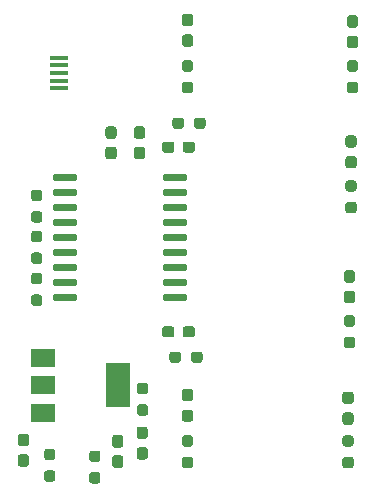
<source format=gbr>
%TF.GenerationSoftware,KiCad,Pcbnew,(5.1.9)-1*%
%TF.CreationDate,2021-11-09T16:08:34-06:00*%
%TF.ProjectId,SwitchBoard,53776974-6368-4426-9f61-72642e6b6963,rev?*%
%TF.SameCoordinates,Original*%
%TF.FileFunction,Paste,Top*%
%TF.FilePolarity,Positive*%
%FSLAX46Y46*%
G04 Gerber Fmt 4.6, Leading zero omitted, Abs format (unit mm)*
G04 Created by KiCad (PCBNEW (5.1.9)-1) date 2021-11-09 16:08:34*
%MOMM*%
%LPD*%
G01*
G04 APERTURE LIST*
%ADD10R,1.500000X0.400000*%
%ADD11R,2.000000X3.800000*%
%ADD12R,2.000000X1.500000*%
G04 APERTURE END LIST*
%TO.C,R15*%
G36*
G01*
X25467300Y22841400D02*
X25942300Y22841400D01*
G75*
G02*
X26179800Y22603900I0J-237500D01*
G01*
X26179800Y22103900D01*
G75*
G02*
X25942300Y21866400I-237500J0D01*
G01*
X25467300Y21866400D01*
G75*
G02*
X25229800Y22103900I0J237500D01*
G01*
X25229800Y22603900D01*
G75*
G02*
X25467300Y22841400I237500J0D01*
G01*
G37*
G36*
G01*
X25467300Y24666400D02*
X25942300Y24666400D01*
G75*
G02*
X26179800Y24428900I0J-237500D01*
G01*
X26179800Y23928900D01*
G75*
G02*
X25942300Y23691400I-237500J0D01*
G01*
X25467300Y23691400D01*
G75*
G02*
X25229800Y23928900I0J237500D01*
G01*
X25229800Y24428900D01*
G75*
G02*
X25467300Y24666400I237500J0D01*
G01*
G37*
%TD*%
%TO.C,C2*%
G36*
G01*
X32325300Y9225400D02*
X32800300Y9225400D01*
G75*
G02*
X33037800Y8987900I0J-237500D01*
G01*
X33037800Y8387900D01*
G75*
G02*
X32800300Y8150400I-237500J0D01*
G01*
X32325300Y8150400D01*
G75*
G02*
X32087800Y8387900I0J237500D01*
G01*
X32087800Y8987900D01*
G75*
G02*
X32325300Y9225400I237500J0D01*
G01*
G37*
G36*
G01*
X32325300Y10950400D02*
X32800300Y10950400D01*
G75*
G02*
X33037800Y10712900I0J-237500D01*
G01*
X33037800Y10112900D01*
G75*
G02*
X32800300Y9875400I-237500J0D01*
G01*
X32325300Y9875400D01*
G75*
G02*
X32087800Y10112900I0J237500D01*
G01*
X32087800Y10712900D01*
G75*
G02*
X32325300Y10950400I237500J0D01*
G01*
G37*
%TD*%
%TO.C,R12*%
G36*
G01*
X30394900Y7804600D02*
X30869900Y7804600D01*
G75*
G02*
X31107400Y7567100I0J-237500D01*
G01*
X31107400Y7067100D01*
G75*
G02*
X30869900Y6829600I-237500J0D01*
G01*
X30394900Y6829600D01*
G75*
G02*
X30157400Y7067100I0J237500D01*
G01*
X30157400Y7567100D01*
G75*
G02*
X30394900Y7804600I237500J0D01*
G01*
G37*
G36*
G01*
X30394900Y9629600D02*
X30869900Y9629600D01*
G75*
G02*
X31107400Y9392100I0J-237500D01*
G01*
X31107400Y8892100D01*
G75*
G02*
X30869900Y8654600I-237500J0D01*
G01*
X30394900Y8654600D01*
G75*
G02*
X30157400Y8892100I0J237500D01*
G01*
X30157400Y9392100D01*
G75*
G02*
X30394900Y9629600I237500J0D01*
G01*
G37*
%TD*%
%TO.C,U2*%
G36*
G01*
X27091000Y32616000D02*
X27091000Y32916000D01*
G75*
G02*
X27241000Y33066000I150000J0D01*
G01*
X28991000Y33066000D01*
G75*
G02*
X29141000Y32916000I0J-150000D01*
G01*
X29141000Y32616000D01*
G75*
G02*
X28991000Y32466000I-150000J0D01*
G01*
X27241000Y32466000D01*
G75*
G02*
X27091000Y32616000I0J150000D01*
G01*
G37*
G36*
G01*
X27091000Y31346000D02*
X27091000Y31646000D01*
G75*
G02*
X27241000Y31796000I150000J0D01*
G01*
X28991000Y31796000D01*
G75*
G02*
X29141000Y31646000I0J-150000D01*
G01*
X29141000Y31346000D01*
G75*
G02*
X28991000Y31196000I-150000J0D01*
G01*
X27241000Y31196000D01*
G75*
G02*
X27091000Y31346000I0J150000D01*
G01*
G37*
G36*
G01*
X27091000Y30076000D02*
X27091000Y30376000D01*
G75*
G02*
X27241000Y30526000I150000J0D01*
G01*
X28991000Y30526000D01*
G75*
G02*
X29141000Y30376000I0J-150000D01*
G01*
X29141000Y30076000D01*
G75*
G02*
X28991000Y29926000I-150000J0D01*
G01*
X27241000Y29926000D01*
G75*
G02*
X27091000Y30076000I0J150000D01*
G01*
G37*
G36*
G01*
X27091000Y28806000D02*
X27091000Y29106000D01*
G75*
G02*
X27241000Y29256000I150000J0D01*
G01*
X28991000Y29256000D01*
G75*
G02*
X29141000Y29106000I0J-150000D01*
G01*
X29141000Y28806000D01*
G75*
G02*
X28991000Y28656000I-150000J0D01*
G01*
X27241000Y28656000D01*
G75*
G02*
X27091000Y28806000I0J150000D01*
G01*
G37*
G36*
G01*
X27091000Y27536000D02*
X27091000Y27836000D01*
G75*
G02*
X27241000Y27986000I150000J0D01*
G01*
X28991000Y27986000D01*
G75*
G02*
X29141000Y27836000I0J-150000D01*
G01*
X29141000Y27536000D01*
G75*
G02*
X28991000Y27386000I-150000J0D01*
G01*
X27241000Y27386000D01*
G75*
G02*
X27091000Y27536000I0J150000D01*
G01*
G37*
G36*
G01*
X27091000Y26266000D02*
X27091000Y26566000D01*
G75*
G02*
X27241000Y26716000I150000J0D01*
G01*
X28991000Y26716000D01*
G75*
G02*
X29141000Y26566000I0J-150000D01*
G01*
X29141000Y26266000D01*
G75*
G02*
X28991000Y26116000I-150000J0D01*
G01*
X27241000Y26116000D01*
G75*
G02*
X27091000Y26266000I0J150000D01*
G01*
G37*
G36*
G01*
X27091000Y24996000D02*
X27091000Y25296000D01*
G75*
G02*
X27241000Y25446000I150000J0D01*
G01*
X28991000Y25446000D01*
G75*
G02*
X29141000Y25296000I0J-150000D01*
G01*
X29141000Y24996000D01*
G75*
G02*
X28991000Y24846000I-150000J0D01*
G01*
X27241000Y24846000D01*
G75*
G02*
X27091000Y24996000I0J150000D01*
G01*
G37*
G36*
G01*
X27091000Y23726000D02*
X27091000Y24026000D01*
G75*
G02*
X27241000Y24176000I150000J0D01*
G01*
X28991000Y24176000D01*
G75*
G02*
X29141000Y24026000I0J-150000D01*
G01*
X29141000Y23726000D01*
G75*
G02*
X28991000Y23576000I-150000J0D01*
G01*
X27241000Y23576000D01*
G75*
G02*
X27091000Y23726000I0J150000D01*
G01*
G37*
G36*
G01*
X27091000Y22456000D02*
X27091000Y22756000D01*
G75*
G02*
X27241000Y22906000I150000J0D01*
G01*
X28991000Y22906000D01*
G75*
G02*
X29141000Y22756000I0J-150000D01*
G01*
X29141000Y22456000D01*
G75*
G02*
X28991000Y22306000I-150000J0D01*
G01*
X27241000Y22306000D01*
G75*
G02*
X27091000Y22456000I0J150000D01*
G01*
G37*
G36*
G01*
X36391000Y22456000D02*
X36391000Y22756000D01*
G75*
G02*
X36541000Y22906000I150000J0D01*
G01*
X38291000Y22906000D01*
G75*
G02*
X38441000Y22756000I0J-150000D01*
G01*
X38441000Y22456000D01*
G75*
G02*
X38291000Y22306000I-150000J0D01*
G01*
X36541000Y22306000D01*
G75*
G02*
X36391000Y22456000I0J150000D01*
G01*
G37*
G36*
G01*
X36391000Y23726000D02*
X36391000Y24026000D01*
G75*
G02*
X36541000Y24176000I150000J0D01*
G01*
X38291000Y24176000D01*
G75*
G02*
X38441000Y24026000I0J-150000D01*
G01*
X38441000Y23726000D01*
G75*
G02*
X38291000Y23576000I-150000J0D01*
G01*
X36541000Y23576000D01*
G75*
G02*
X36391000Y23726000I0J150000D01*
G01*
G37*
G36*
G01*
X36391000Y24996000D02*
X36391000Y25296000D01*
G75*
G02*
X36541000Y25446000I150000J0D01*
G01*
X38291000Y25446000D01*
G75*
G02*
X38441000Y25296000I0J-150000D01*
G01*
X38441000Y24996000D01*
G75*
G02*
X38291000Y24846000I-150000J0D01*
G01*
X36541000Y24846000D01*
G75*
G02*
X36391000Y24996000I0J150000D01*
G01*
G37*
G36*
G01*
X36391000Y26266000D02*
X36391000Y26566000D01*
G75*
G02*
X36541000Y26716000I150000J0D01*
G01*
X38291000Y26716000D01*
G75*
G02*
X38441000Y26566000I0J-150000D01*
G01*
X38441000Y26266000D01*
G75*
G02*
X38291000Y26116000I-150000J0D01*
G01*
X36541000Y26116000D01*
G75*
G02*
X36391000Y26266000I0J150000D01*
G01*
G37*
G36*
G01*
X36391000Y27536000D02*
X36391000Y27836000D01*
G75*
G02*
X36541000Y27986000I150000J0D01*
G01*
X38291000Y27986000D01*
G75*
G02*
X38441000Y27836000I0J-150000D01*
G01*
X38441000Y27536000D01*
G75*
G02*
X38291000Y27386000I-150000J0D01*
G01*
X36541000Y27386000D01*
G75*
G02*
X36391000Y27536000I0J150000D01*
G01*
G37*
G36*
G01*
X36391000Y28806000D02*
X36391000Y29106000D01*
G75*
G02*
X36541000Y29256000I150000J0D01*
G01*
X38291000Y29256000D01*
G75*
G02*
X38441000Y29106000I0J-150000D01*
G01*
X38441000Y28806000D01*
G75*
G02*
X38291000Y28656000I-150000J0D01*
G01*
X36541000Y28656000D01*
G75*
G02*
X36391000Y28806000I0J150000D01*
G01*
G37*
G36*
G01*
X36391000Y30076000D02*
X36391000Y30376000D01*
G75*
G02*
X36541000Y30526000I150000J0D01*
G01*
X38291000Y30526000D01*
G75*
G02*
X38441000Y30376000I0J-150000D01*
G01*
X38441000Y30076000D01*
G75*
G02*
X38291000Y29926000I-150000J0D01*
G01*
X36541000Y29926000D01*
G75*
G02*
X36391000Y30076000I0J150000D01*
G01*
G37*
G36*
G01*
X36391000Y31346000D02*
X36391000Y31646000D01*
G75*
G02*
X36541000Y31796000I150000J0D01*
G01*
X38291000Y31796000D01*
G75*
G02*
X38441000Y31646000I0J-150000D01*
G01*
X38441000Y31346000D01*
G75*
G02*
X38291000Y31196000I-150000J0D01*
G01*
X36541000Y31196000D01*
G75*
G02*
X36391000Y31346000I0J150000D01*
G01*
G37*
G36*
G01*
X36391000Y32616000D02*
X36391000Y32916000D01*
G75*
G02*
X36541000Y33066000I150000J0D01*
G01*
X38291000Y33066000D01*
G75*
G02*
X38441000Y32916000I0J-150000D01*
G01*
X38441000Y32616000D01*
G75*
G02*
X38291000Y32466000I-150000J0D01*
G01*
X36541000Y32466000D01*
G75*
G02*
X36391000Y32616000I0J150000D01*
G01*
G37*
%TD*%
D10*
%TO.C,J1*%
X27600800Y40305200D03*
X27600800Y40955200D03*
X27600800Y41605200D03*
X27600800Y42255200D03*
X27600800Y42905200D03*
%TD*%
%TO.C,R14*%
G36*
G01*
X26584900Y7957000D02*
X27059900Y7957000D01*
G75*
G02*
X27297400Y7719500I0J-237500D01*
G01*
X27297400Y7219500D01*
G75*
G02*
X27059900Y6982000I-237500J0D01*
G01*
X26584900Y6982000D01*
G75*
G02*
X26347400Y7219500I0J237500D01*
G01*
X26347400Y7719500D01*
G75*
G02*
X26584900Y7957000I237500J0D01*
G01*
G37*
G36*
G01*
X26584900Y9782000D02*
X27059900Y9782000D01*
G75*
G02*
X27297400Y9544500I0J-237500D01*
G01*
X27297400Y9044500D01*
G75*
G02*
X27059900Y8807000I-237500J0D01*
G01*
X26584900Y8807000D01*
G75*
G02*
X26347400Y9044500I0J237500D01*
G01*
X26347400Y9544500D01*
G75*
G02*
X26584900Y9782000I237500J0D01*
G01*
G37*
%TD*%
%TO.C,D4*%
G36*
G01*
X36319000Y19447500D02*
X36319000Y19922500D01*
G75*
G02*
X36556500Y20160000I237500J0D01*
G01*
X37131500Y20160000D01*
G75*
G02*
X37369000Y19922500I0J-237500D01*
G01*
X37369000Y19447500D01*
G75*
G02*
X37131500Y19210000I-237500J0D01*
G01*
X36556500Y19210000D01*
G75*
G02*
X36319000Y19447500I0J237500D01*
G01*
G37*
G36*
G01*
X38069000Y19447500D02*
X38069000Y19922500D01*
G75*
G02*
X38306500Y20160000I237500J0D01*
G01*
X38881500Y20160000D01*
G75*
G02*
X39119000Y19922500I0J-237500D01*
G01*
X39119000Y19447500D01*
G75*
G02*
X38881500Y19210000I-237500J0D01*
G01*
X38306500Y19210000D01*
G75*
G02*
X38069000Y19447500I0J237500D01*
G01*
G37*
%TD*%
%TO.C,C1*%
G36*
G01*
X24349700Y11052000D02*
X24824700Y11052000D01*
G75*
G02*
X25062200Y10814500I0J-237500D01*
G01*
X25062200Y10214500D01*
G75*
G02*
X24824700Y9977000I-237500J0D01*
G01*
X24349700Y9977000D01*
G75*
G02*
X24112200Y10214500I0J237500D01*
G01*
X24112200Y10814500D01*
G75*
G02*
X24349700Y11052000I237500J0D01*
G01*
G37*
G36*
G01*
X24349700Y9327000D02*
X24824700Y9327000D01*
G75*
G02*
X25062200Y9089500I0J-237500D01*
G01*
X25062200Y8489500D01*
G75*
G02*
X24824700Y8252000I-237500J0D01*
G01*
X24349700Y8252000D01*
G75*
G02*
X24112200Y8489500I0J237500D01*
G01*
X24112200Y9089500D01*
G75*
G02*
X24349700Y9327000I237500J0D01*
G01*
G37*
%TD*%
%TO.C,C3*%
G36*
G01*
X32241500Y36012000D02*
X31766500Y36012000D01*
G75*
G02*
X31529000Y36249500I0J237500D01*
G01*
X31529000Y36849500D01*
G75*
G02*
X31766500Y37087000I237500J0D01*
G01*
X32241500Y37087000D01*
G75*
G02*
X32479000Y36849500I0J-237500D01*
G01*
X32479000Y36249500D01*
G75*
G02*
X32241500Y36012000I-237500J0D01*
G01*
G37*
G36*
G01*
X32241500Y34287000D02*
X31766500Y34287000D01*
G75*
G02*
X31529000Y34524500I0J237500D01*
G01*
X31529000Y35124500D01*
G75*
G02*
X31766500Y35362000I237500J0D01*
G01*
X32241500Y35362000D01*
G75*
G02*
X32479000Y35124500I0J-237500D01*
G01*
X32479000Y34524500D01*
G75*
G02*
X32241500Y34287000I-237500J0D01*
G01*
G37*
%TD*%
%TO.C,C4*%
G36*
G01*
X34654500Y34287000D02*
X34179500Y34287000D01*
G75*
G02*
X33942000Y34524500I0J237500D01*
G01*
X33942000Y35124500D01*
G75*
G02*
X34179500Y35362000I237500J0D01*
G01*
X34654500Y35362000D01*
G75*
G02*
X34892000Y35124500I0J-237500D01*
G01*
X34892000Y34524500D01*
G75*
G02*
X34654500Y34287000I-237500J0D01*
G01*
G37*
G36*
G01*
X34654500Y36012000D02*
X34179500Y36012000D01*
G75*
G02*
X33942000Y36249500I0J237500D01*
G01*
X33942000Y36849500D01*
G75*
G02*
X34179500Y37087000I237500J0D01*
G01*
X34654500Y37087000D01*
G75*
G02*
X34892000Y36849500I0J-237500D01*
G01*
X34892000Y36249500D01*
G75*
G02*
X34654500Y36012000I-237500J0D01*
G01*
G37*
%TD*%
%TO.C,D1*%
G36*
G01*
X52307500Y13558000D02*
X51832500Y13558000D01*
G75*
G02*
X51595000Y13795500I0J237500D01*
G01*
X51595000Y14370500D01*
G75*
G02*
X51832500Y14608000I237500J0D01*
G01*
X52307500Y14608000D01*
G75*
G02*
X52545000Y14370500I0J-237500D01*
G01*
X52545000Y13795500D01*
G75*
G02*
X52307500Y13558000I-237500J0D01*
G01*
G37*
G36*
G01*
X52307500Y11808000D02*
X51832500Y11808000D01*
G75*
G02*
X51595000Y12045500I0J237500D01*
G01*
X51595000Y12620500D01*
G75*
G02*
X51832500Y12858000I237500J0D01*
G01*
X52307500Y12858000D01*
G75*
G02*
X52545000Y12620500I0J-237500D01*
G01*
X52545000Y12045500D01*
G75*
G02*
X52307500Y11808000I-237500J0D01*
G01*
G37*
%TD*%
%TO.C,D2*%
G36*
G01*
X38718500Y13798000D02*
X38243500Y13798000D01*
G75*
G02*
X38006000Y14035500I0J237500D01*
G01*
X38006000Y14610500D01*
G75*
G02*
X38243500Y14848000I237500J0D01*
G01*
X38718500Y14848000D01*
G75*
G02*
X38956000Y14610500I0J-237500D01*
G01*
X38956000Y14035500D01*
G75*
G02*
X38718500Y13798000I-237500J0D01*
G01*
G37*
G36*
G01*
X38718500Y12048000D02*
X38243500Y12048000D01*
G75*
G02*
X38006000Y12285500I0J237500D01*
G01*
X38006000Y12860500D01*
G75*
G02*
X38243500Y13098000I237500J0D01*
G01*
X38718500Y13098000D01*
G75*
G02*
X38956000Y12860500I0J-237500D01*
G01*
X38956000Y12285500D01*
G75*
G02*
X38718500Y12048000I-237500J0D01*
G01*
G37*
%TD*%
%TO.C,D3*%
G36*
G01*
X52434500Y22095000D02*
X51959500Y22095000D01*
G75*
G02*
X51722000Y22332500I0J237500D01*
G01*
X51722000Y22907500D01*
G75*
G02*
X51959500Y23145000I237500J0D01*
G01*
X52434500Y23145000D01*
G75*
G02*
X52672000Y22907500I0J-237500D01*
G01*
X52672000Y22332500D01*
G75*
G02*
X52434500Y22095000I-237500J0D01*
G01*
G37*
G36*
G01*
X52434500Y23845000D02*
X51959500Y23845000D01*
G75*
G02*
X51722000Y24082500I0J237500D01*
G01*
X51722000Y24657500D01*
G75*
G02*
X51959500Y24895000I237500J0D01*
G01*
X52434500Y24895000D01*
G75*
G02*
X52672000Y24657500I0J-237500D01*
G01*
X52672000Y24082500D01*
G75*
G02*
X52434500Y23845000I-237500J0D01*
G01*
G37*
%TD*%
%TO.C,D5*%
G36*
G01*
X52561500Y35275000D02*
X52086500Y35275000D01*
G75*
G02*
X51849000Y35512500I0J237500D01*
G01*
X51849000Y36087500D01*
G75*
G02*
X52086500Y36325000I237500J0D01*
G01*
X52561500Y36325000D01*
G75*
G02*
X52799000Y36087500I0J-237500D01*
G01*
X52799000Y35512500D01*
G75*
G02*
X52561500Y35275000I-237500J0D01*
G01*
G37*
G36*
G01*
X52561500Y33525000D02*
X52086500Y33525000D01*
G75*
G02*
X51849000Y33762500I0J237500D01*
G01*
X51849000Y34337500D01*
G75*
G02*
X52086500Y34575000I237500J0D01*
G01*
X52561500Y34575000D01*
G75*
G02*
X52799000Y34337500I0J-237500D01*
G01*
X52799000Y33762500D01*
G75*
G02*
X52561500Y33525000I-237500J0D01*
G01*
G37*
%TD*%
%TO.C,D6*%
G36*
G01*
X38069000Y35068500D02*
X38069000Y35543500D01*
G75*
G02*
X38306500Y35781000I237500J0D01*
G01*
X38881500Y35781000D01*
G75*
G02*
X39119000Y35543500I0J-237500D01*
G01*
X39119000Y35068500D01*
G75*
G02*
X38881500Y34831000I-237500J0D01*
G01*
X38306500Y34831000D01*
G75*
G02*
X38069000Y35068500I0J237500D01*
G01*
G37*
G36*
G01*
X36319000Y35068500D02*
X36319000Y35543500D01*
G75*
G02*
X36556500Y35781000I237500J0D01*
G01*
X37131500Y35781000D01*
G75*
G02*
X37369000Y35543500I0J-237500D01*
G01*
X37369000Y35068500D01*
G75*
G02*
X37131500Y34831000I-237500J0D01*
G01*
X36556500Y34831000D01*
G75*
G02*
X36319000Y35068500I0J237500D01*
G01*
G37*
%TD*%
%TO.C,D7*%
G36*
G01*
X52688500Y43685000D02*
X52213500Y43685000D01*
G75*
G02*
X51976000Y43922500I0J237500D01*
G01*
X51976000Y44497500D01*
G75*
G02*
X52213500Y44735000I237500J0D01*
G01*
X52688500Y44735000D01*
G75*
G02*
X52926000Y44497500I0J-237500D01*
G01*
X52926000Y43922500D01*
G75*
G02*
X52688500Y43685000I-237500J0D01*
G01*
G37*
G36*
G01*
X52688500Y45435000D02*
X52213500Y45435000D01*
G75*
G02*
X51976000Y45672500I0J237500D01*
G01*
X51976000Y46247500D01*
G75*
G02*
X52213500Y46485000I237500J0D01*
G01*
X52688500Y46485000D01*
G75*
G02*
X52926000Y46247500I0J-237500D01*
G01*
X52926000Y45672500D01*
G75*
G02*
X52688500Y45435000I-237500J0D01*
G01*
G37*
%TD*%
%TO.C,D8*%
G36*
G01*
X38718500Y43812000D02*
X38243500Y43812000D01*
G75*
G02*
X38006000Y44049500I0J237500D01*
G01*
X38006000Y44624500D01*
G75*
G02*
X38243500Y44862000I237500J0D01*
G01*
X38718500Y44862000D01*
G75*
G02*
X38956000Y44624500I0J-237500D01*
G01*
X38956000Y44049500D01*
G75*
G02*
X38718500Y43812000I-237500J0D01*
G01*
G37*
G36*
G01*
X38718500Y45562000D02*
X38243500Y45562000D01*
G75*
G02*
X38006000Y45799500I0J237500D01*
G01*
X38006000Y46374500D01*
G75*
G02*
X38243500Y46612000I237500J0D01*
G01*
X38718500Y46612000D01*
G75*
G02*
X38956000Y46374500I0J-237500D01*
G01*
X38956000Y45799500D01*
G75*
G02*
X38718500Y45562000I-237500J0D01*
G01*
G37*
%TD*%
%TO.C,D9*%
G36*
G01*
X34408100Y11661600D02*
X34883100Y11661600D01*
G75*
G02*
X35120600Y11424100I0J-237500D01*
G01*
X35120600Y10849100D01*
G75*
G02*
X34883100Y10611600I-237500J0D01*
G01*
X34408100Y10611600D01*
G75*
G02*
X34170600Y10849100I0J237500D01*
G01*
X34170600Y11424100D01*
G75*
G02*
X34408100Y11661600I237500J0D01*
G01*
G37*
G36*
G01*
X34408100Y9911600D02*
X34883100Y9911600D01*
G75*
G02*
X35120600Y9674100I0J-237500D01*
G01*
X35120600Y9099100D01*
G75*
G02*
X34883100Y8861600I-237500J0D01*
G01*
X34408100Y8861600D01*
G75*
G02*
X34170600Y9099100I0J237500D01*
G01*
X34170600Y9674100D01*
G75*
G02*
X34408100Y9911600I237500J0D01*
G01*
G37*
%TD*%
%TO.C,R1*%
G36*
G01*
X25942300Y30752600D02*
X25467300Y30752600D01*
G75*
G02*
X25229800Y30990100I0J237500D01*
G01*
X25229800Y31490100D01*
G75*
G02*
X25467300Y31727600I237500J0D01*
G01*
X25942300Y31727600D01*
G75*
G02*
X26179800Y31490100I0J-237500D01*
G01*
X26179800Y30990100D01*
G75*
G02*
X25942300Y30752600I-237500J0D01*
G01*
G37*
G36*
G01*
X25942300Y28927600D02*
X25467300Y28927600D01*
G75*
G02*
X25229800Y29165100I0J237500D01*
G01*
X25229800Y29665100D01*
G75*
G02*
X25467300Y29902600I237500J0D01*
G01*
X25942300Y29902600D01*
G75*
G02*
X26179800Y29665100I0J-237500D01*
G01*
X26179800Y29165100D01*
G75*
G02*
X25942300Y28927600I-237500J0D01*
G01*
G37*
%TD*%
%TO.C,R2*%
G36*
G01*
X25467300Y26397400D02*
X25942300Y26397400D01*
G75*
G02*
X26179800Y26159900I0J-237500D01*
G01*
X26179800Y25659900D01*
G75*
G02*
X25942300Y25422400I-237500J0D01*
G01*
X25467300Y25422400D01*
G75*
G02*
X25229800Y25659900I0J237500D01*
G01*
X25229800Y26159900D01*
G75*
G02*
X25467300Y26397400I237500J0D01*
G01*
G37*
G36*
G01*
X25467300Y28222400D02*
X25942300Y28222400D01*
G75*
G02*
X26179800Y27984900I0J-237500D01*
G01*
X26179800Y27484900D01*
G75*
G02*
X25942300Y27247400I-237500J0D01*
G01*
X25467300Y27247400D01*
G75*
G02*
X25229800Y27484900I0J237500D01*
G01*
X25229800Y27984900D01*
G75*
G02*
X25467300Y28222400I237500J0D01*
G01*
G37*
%TD*%
%TO.C,R3*%
G36*
G01*
X51832500Y9100000D02*
X52307500Y9100000D01*
G75*
G02*
X52545000Y8862500I0J-237500D01*
G01*
X52545000Y8362500D01*
G75*
G02*
X52307500Y8125000I-237500J0D01*
G01*
X51832500Y8125000D01*
G75*
G02*
X51595000Y8362500I0J237500D01*
G01*
X51595000Y8862500D01*
G75*
G02*
X51832500Y9100000I237500J0D01*
G01*
G37*
G36*
G01*
X51832500Y10925000D02*
X52307500Y10925000D01*
G75*
G02*
X52545000Y10687500I0J-237500D01*
G01*
X52545000Y10187500D01*
G75*
G02*
X52307500Y9950000I-237500J0D01*
G01*
X51832500Y9950000D01*
G75*
G02*
X51595000Y10187500I0J237500D01*
G01*
X51595000Y10687500D01*
G75*
G02*
X51832500Y10925000I237500J0D01*
G01*
G37*
%TD*%
%TO.C,R4*%
G36*
G01*
X38243500Y10925000D02*
X38718500Y10925000D01*
G75*
G02*
X38956000Y10687500I0J-237500D01*
G01*
X38956000Y10187500D01*
G75*
G02*
X38718500Y9950000I-237500J0D01*
G01*
X38243500Y9950000D01*
G75*
G02*
X38006000Y10187500I0J237500D01*
G01*
X38006000Y10687500D01*
G75*
G02*
X38243500Y10925000I237500J0D01*
G01*
G37*
G36*
G01*
X38243500Y9100000D02*
X38718500Y9100000D01*
G75*
G02*
X38956000Y8862500I0J-237500D01*
G01*
X38956000Y8362500D01*
G75*
G02*
X38718500Y8125000I-237500J0D01*
G01*
X38243500Y8125000D01*
G75*
G02*
X38006000Y8362500I0J237500D01*
G01*
X38006000Y8862500D01*
G75*
G02*
X38243500Y9100000I237500J0D01*
G01*
G37*
%TD*%
%TO.C,R5*%
G36*
G01*
X51959500Y21085000D02*
X52434500Y21085000D01*
G75*
G02*
X52672000Y20847500I0J-237500D01*
G01*
X52672000Y20347500D01*
G75*
G02*
X52434500Y20110000I-237500J0D01*
G01*
X51959500Y20110000D01*
G75*
G02*
X51722000Y20347500I0J237500D01*
G01*
X51722000Y20847500D01*
G75*
G02*
X51959500Y21085000I237500J0D01*
G01*
G37*
G36*
G01*
X51959500Y19260000D02*
X52434500Y19260000D01*
G75*
G02*
X52672000Y19022500I0J-237500D01*
G01*
X52672000Y18522500D01*
G75*
G02*
X52434500Y18285000I-237500J0D01*
G01*
X51959500Y18285000D01*
G75*
G02*
X51722000Y18522500I0J237500D01*
G01*
X51722000Y19022500D01*
G75*
G02*
X51959500Y19260000I237500J0D01*
G01*
G37*
%TD*%
%TO.C,R6*%
G36*
G01*
X36954000Y17288500D02*
X36954000Y17763500D01*
G75*
G02*
X37191500Y18001000I237500J0D01*
G01*
X37691500Y18001000D01*
G75*
G02*
X37929000Y17763500I0J-237500D01*
G01*
X37929000Y17288500D01*
G75*
G02*
X37691500Y17051000I-237500J0D01*
G01*
X37191500Y17051000D01*
G75*
G02*
X36954000Y17288500I0J237500D01*
G01*
G37*
G36*
G01*
X38779000Y17288500D02*
X38779000Y17763500D01*
G75*
G02*
X39016500Y18001000I237500J0D01*
G01*
X39516500Y18001000D01*
G75*
G02*
X39754000Y17763500I0J-237500D01*
G01*
X39754000Y17288500D01*
G75*
G02*
X39516500Y17051000I-237500J0D01*
G01*
X39016500Y17051000D01*
G75*
G02*
X38779000Y17288500I0J237500D01*
G01*
G37*
%TD*%
%TO.C,R7*%
G36*
G01*
X52086500Y30690000D02*
X52561500Y30690000D01*
G75*
G02*
X52799000Y30452500I0J-237500D01*
G01*
X52799000Y29952500D01*
G75*
G02*
X52561500Y29715000I-237500J0D01*
G01*
X52086500Y29715000D01*
G75*
G02*
X51849000Y29952500I0J237500D01*
G01*
X51849000Y30452500D01*
G75*
G02*
X52086500Y30690000I237500J0D01*
G01*
G37*
G36*
G01*
X52086500Y32515000D02*
X52561500Y32515000D01*
G75*
G02*
X52799000Y32277500I0J-237500D01*
G01*
X52799000Y31777500D01*
G75*
G02*
X52561500Y31540000I-237500J0D01*
G01*
X52086500Y31540000D01*
G75*
G02*
X51849000Y31777500I0J237500D01*
G01*
X51849000Y32277500D01*
G75*
G02*
X52086500Y32515000I237500J0D01*
G01*
G37*
%TD*%
%TO.C,R8*%
G36*
G01*
X39033000Y37100500D02*
X39033000Y37575500D01*
G75*
G02*
X39270500Y37813000I237500J0D01*
G01*
X39770500Y37813000D01*
G75*
G02*
X40008000Y37575500I0J-237500D01*
G01*
X40008000Y37100500D01*
G75*
G02*
X39770500Y36863000I-237500J0D01*
G01*
X39270500Y36863000D01*
G75*
G02*
X39033000Y37100500I0J237500D01*
G01*
G37*
G36*
G01*
X37208000Y37100500D02*
X37208000Y37575500D01*
G75*
G02*
X37445500Y37813000I237500J0D01*
G01*
X37945500Y37813000D01*
G75*
G02*
X38183000Y37575500I0J-237500D01*
G01*
X38183000Y37100500D01*
G75*
G02*
X37945500Y36863000I-237500J0D01*
G01*
X37445500Y36863000D01*
G75*
G02*
X37208000Y37100500I0J237500D01*
G01*
G37*
%TD*%
%TO.C,R9*%
G36*
G01*
X52213500Y42675000D02*
X52688500Y42675000D01*
G75*
G02*
X52926000Y42437500I0J-237500D01*
G01*
X52926000Y41937500D01*
G75*
G02*
X52688500Y41700000I-237500J0D01*
G01*
X52213500Y41700000D01*
G75*
G02*
X51976000Y41937500I0J237500D01*
G01*
X51976000Y42437500D01*
G75*
G02*
X52213500Y42675000I237500J0D01*
G01*
G37*
G36*
G01*
X52213500Y40850000D02*
X52688500Y40850000D01*
G75*
G02*
X52926000Y40612500I0J-237500D01*
G01*
X52926000Y40112500D01*
G75*
G02*
X52688500Y39875000I-237500J0D01*
G01*
X52213500Y39875000D01*
G75*
G02*
X51976000Y40112500I0J237500D01*
G01*
X51976000Y40612500D01*
G75*
G02*
X52213500Y40850000I237500J0D01*
G01*
G37*
%TD*%
%TO.C,R10*%
G36*
G01*
X38243500Y42675000D02*
X38718500Y42675000D01*
G75*
G02*
X38956000Y42437500I0J-237500D01*
G01*
X38956000Y41937500D01*
G75*
G02*
X38718500Y41700000I-237500J0D01*
G01*
X38243500Y41700000D01*
G75*
G02*
X38006000Y41937500I0J237500D01*
G01*
X38006000Y42437500D01*
G75*
G02*
X38243500Y42675000I237500J0D01*
G01*
G37*
G36*
G01*
X38243500Y40850000D02*
X38718500Y40850000D01*
G75*
G02*
X38956000Y40612500I0J-237500D01*
G01*
X38956000Y40112500D01*
G75*
G02*
X38718500Y39875000I-237500J0D01*
G01*
X38243500Y39875000D01*
G75*
G02*
X38006000Y40112500I0J237500D01*
G01*
X38006000Y40612500D01*
G75*
G02*
X38243500Y40850000I237500J0D01*
G01*
G37*
%TD*%
%TO.C,R11*%
G36*
G01*
X34908500Y12570000D02*
X34433500Y12570000D01*
G75*
G02*
X34196000Y12807500I0J237500D01*
G01*
X34196000Y13307500D01*
G75*
G02*
X34433500Y13545000I237500J0D01*
G01*
X34908500Y13545000D01*
G75*
G02*
X35146000Y13307500I0J-237500D01*
G01*
X35146000Y12807500D01*
G75*
G02*
X34908500Y12570000I-237500J0D01*
G01*
G37*
G36*
G01*
X34908500Y14395000D02*
X34433500Y14395000D01*
G75*
G02*
X34196000Y14632500I0J237500D01*
G01*
X34196000Y15132500D01*
G75*
G02*
X34433500Y15370000I237500J0D01*
G01*
X34908500Y15370000D01*
G75*
G02*
X35146000Y15132500I0J-237500D01*
G01*
X35146000Y14632500D01*
G75*
G02*
X34908500Y14395000I-237500J0D01*
G01*
G37*
%TD*%
D11*
%TO.C,U4*%
X32563200Y15138400D03*
D12*
X26263200Y15138400D03*
X26263200Y12838400D03*
X26263200Y17438400D03*
%TD*%
M02*

</source>
